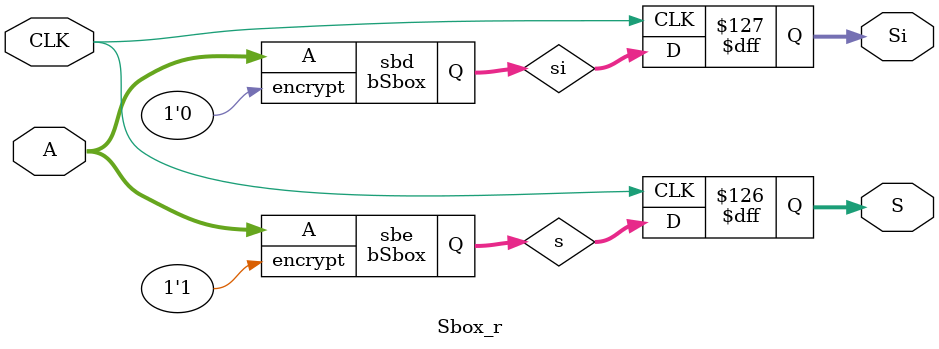
<source format=sv>

/* square in GF(2^2), using normal basis [Omega^2,Omega]
 * inverse is the same as square in GF(2^2), using any normal basis
 */
module GF_SQ_2 ( A, Q );
  input [1:0] A;
  output [1:0] Q;
  
  assign Q = { A[0], A[1] };
endmodule

/* scale by w = Omega in GF(2^2), using normal basis [Omega^2,Omega] */
module GF_SCLW_2 ( A, Q );
  input [1:0] A;
  output [1:0] Q;
  assign Q = { (A[1] ^ A[0]), A[1] };
endmodule

/* scale by w^2 = Omega^2 in GF(2^2), using normal basis [Omega^2,Omega] */
module GF_SCLW2_2 ( A, Q );
  input [1:0] A;
  output [1:0] Q;
  assign Q = { A[0], (A[1] ^ A[0]) };
endmodule


module GF_MULS_2 ( A, ab, B, cd, Q );
  input [1:0] A;
  input ab;
  input [1:0] B;
  input cd;
  output [1:0] Q;
  wire abcd, p, q;
  assign abcd = ~(ab & cd);  /* note:~& syntax for NAND won’t compile */
  assign p = (~(A[1] & B[1])) ^ abcd;
  assign q = (~(A[0] & B[0])) ^ abcd;
  assign Q = { p, q }; 
endmodule


module GF_MULS_SCL_2 ( A, ab, B, cd, Q );
  input [1:0] A;
  input ab;
  input [1:0] B;
  input cd;
  output [1:0] Q;
  wire t, p, q;

  assign t = ~(A[0] & B[0]); /* note: ~& syntax for NAND won’t compile */
  assign p = (~(ab & cd)) ^ t;
  assign q = (~(A[1] & B[1])) ^ t;
  assign Q = { p, q };
endmodule

module GF_INV_4 ( A, Q );
  input [3:0] A; output [3:0] Q;
  wire [1:0] a, b, c,d,p,q,ab,ab2,ab2N;
  wire sa, sb, sd; /* for shared factors in multipliers */
  
  assign a = A[3:2]; 
  assign b = A[1:0];
  assign sa = a[1] ^ a[0];
  assign sb = b[1] ^ b[0];
  // optimize this section as shown below
    GF_MULS_2 abmul(a, sa, b, sb, ab);
    GF_SQ_2 absq( (a ^ b), ab2);
    GF_SCLW2_2 absclN( ab2, ab2N);
    GF_SQ_2 dinv( (ab ^ ab2N), d);
  
  assign c = { /* note: ~| syntax for NOR won’t compile */
    ~(a[1] | b[1]) ^ (~(sa &  sb)) ,
    ~(sa | sb) ^ (~(a[0] & b[0])) };
  /* end of optimization */

  assign sd = d[1] ^ d[0];
  GF_MULS_2 pmul(d, sd, b, sb, p);
  GF_MULS_2 qmul(d, sd, a, sa, q);
  assign Q = { p, q };
endmodule

/* square & scale by nu in GF(2^4)/GF(2^2),
 * in the normal basis [alpha^8, alpha^2]:
 *
 * nu = beta^8 = N^2*alpha^2, N = w^2
 */
module GF_SQ_SCL_4 ( A, Q );
  input [3:0] A;
  output [3:0] Q;
  wire [1:0] a, b, ab2, b2, b2N2;
  assign a = A[3:2];
  assign b = A[1:0];
  GF_SQ_2 absq(a ^ b, ab2);
  GF_SQ_2 bsq(b, b2);
  GF_SCLW_2 bmulN2(b2, b2N2);

  assign Q = { ab2, b2N2 };
endmodule


module GF_MULS_4 ( A, a, Al, Ah, aa, B, b, Bl, Bh, bb, Q );
  input [3:0] A;
  input [1:0] a;
  input Al;
  input Ah;
  input aa;
  input [3:0] B;
  input [1:0] b;
  input Bl;
  input Bh;
  input bb;
  output [3:0] Q;
  wire [1:0] ph, pl, ps, p;
  wire t;

  GF_MULS_2 himul(A[3:2], Ah, B[3:2], Bh, ph);
  GF_MULS_2 lomul(A[1:0], Al, B[1:0], Bl, pl);
  GF_MULS_SCL_2 summul( a, aa, b, bb, p);
  assign Q = { (ph ^ p), (pl ^ p) };
endmodule

/* inverse in GF(2^8)/GF(2^4), using normal basis [d^16, d] */
module GF_INV_8 ( A, Q );
  input [7:0] A;
  output [7:0] Q;
  wire [3:0] a, b, c, d, p, q;
  wire [1:0] sa, sb, sd, t; /* for shared factors in multipliers */ 
  wire al, ah, aa, bl, bh, bb, dl, dh, dd; /* for shared factors */
  wire c1, c2, c3; /* for temp var */

  assign a = A[7:4];
  assign b = A[3:0];
  assign sa = a[3:2] ^ a[1:0];
  assign sb = b[3:2] ^ b[1:0];
  assign al = a[1] ^ a[0];
  assign ah = a[3] ^ a[2];
  assign aa = sa[1] ^ sa[0];
  assign bl = b[1] ^ b[0];
  assign bh = b[3] ^ b[2];
  assign bb = sb[1] ^ sb[0];
  
  /* optimize this section as shown below
  GF_MULS_4 abmul(a, sa, al, ah, aa, b, sb, bl, bh, bb, ab);
  GF_SQ_SCL_4 absq( (a ^ b), ab2);
  GF_INV_4 dinv( (ab ^ ab2), d);
  */
  assign c1 = ~(ah & bh);
  assign c2 = ~(sa[0] & sb[0]);
  assign c3 = ~(aa & bb);
  assign c = {
    (~(sa[0] | sb[0]) ^ (~(a[3] & b[3]))) ^ c1 ^ c3 ,
    (~(sa[1] | sb[1]) ^ (~(a[2] & b[2]))) ^ c1 ^ c2 ,
    (~(al | bl) ^ (~(a[1] & b[1]))) ^ c2 ^ c3 ,
    (~(a[0] | b[0]) ^ (~(al & bl))) ^ (~(sa[1] & sb[1])) ^ c2
    };
  GF_INV_4 dinv( c, d);
  /* end of optimization */
  assign sd = d[3:2] ^ d[1:0];
  assign dl = d[1] ^ d[0];
  assign dh = d[3] ^ d[2];
  assign dd = sd[1] ^ sd[0];
  GF_MULS_4 pmul(d, sd, dl, dh, dd, b, sb, bl, bh, bb, p);
  GF_MULS_4 qmul(d, sd, dl, dh, dd, a, sa, al, ah, aa, q);
  assign Q = { p, q };
endmodule

/* MUX21I is an inverting 2:1 multiplexor */
module MUX21I ( A, B, s, Q );
  input A;
  input B;
  input s;
  output Q;

  assign Q = ~( s ? A : B );
endmodule

/* select and invert (NOT) byte, using MUX21I */
module SELECT_NOT_8 ( A, B, s, Q );
  input [7:0] A;
  input [7:0] B;
  input s;
  output [7:0] Q;
  MUX21I m7(A[7], B[7], s, Q[7]);
  MUX21I m6(A[6], B[6], s, Q[6]);
  MUX21I m5(A[5], B[5], s, Q[5]);
  MUX21I m4(A[4], B[4], s, Q[4]);
  MUX21I m3(A[3], B[3], s, Q[3]);
  MUX21I m2(A[2], B[2], s, Q[2]);
  MUX21I m1(A[1], B[1], s, Q[1]);
  MUX21I m0(A[0], B[0], s, Q[0]);
endmodule


//Adapt bSbox to work with my sbox architecture
module aes_sbox_canright(in, out);
  input [7:0] in;
  output [7:0] out;

  bSbox sbox(in, 1'b1, out);
endmodule

module aes_inv_sbox_canright(in, out);
  input [7:0] in;
  output [7:0] out;

  bSbox sbox(in, 1'b0, out);
endmodule


/* find either Sbox or its inverse in GF(2^8), by Canright Algorithm */
module bSbox ( A, encrypt, Q );
  input [7:0] A;
  input encrypt; /* 1 for Sbox, 0 for inverse Sbox */
  output [7:0] Q;
  wire [7:0] B, C, D, X, Y, Z;
  wire R1, R2, R3, R4, R5, R6, R7, R8, R9;
  wire T1, T2, T3, T4, T5, T6, T7, T8, T9, T10;

 
  assign R1 = A[7] ^ A[5] ;
  assign R2 = A[7] ~^ A[4] ;
  assign R3 = A[6] ^ A[0] ;
  assign R4 = A[5] ~^ R3 ;
  assign R5 = A[4] ^ R4 ;
  assign R6 = A[3] ^ A[0] ;
  assign R7 = A[2] ^ R1 ;
  assign R8 = A[1] ^ R3 ;
  assign R9 = A[3] ^ R8 ;
  assign B[7] = R7 ~^ R8 ;
  assign B[6] = R5 ;
  assign B[5] = A[1] ^ R4 ;
  assign B[4] = R1 ~^ R3 ;
  assign B[3] = A[1]^ R2 ^ R6 ;
  assign B[2] = ~ A[0] ;
  assign B[1] = R4 ;
  assign B[0] = A[2] ~^ R9 ;
  assign Y[7] = R2 ;
  assign Y[6] = A[4] ^ R8 ;
  
  assign Y[5] = A[6] ^ A[4] ;
  assign Y[4] = R9 ;
  assign Y[3] = A[6] ~^ R2 ;
  assign Y[2] = R7 ;
  assign Y[1] = A[4] ^ R6 ;
  assign Y[0] = A[1] ^ R5 ;
  
  SELECT_NOT_8 sel_in( B, Y, encrypt, Z );
  GF_INV_8 inv( Z, C );
  /* change basis back from GF(2^8)/GF(2^4)/GF(2^2) to GF(2^8) */
  assign T1 = C[7] ^ C[3];
  assign T2 = C[6] ^ C[4];
  assign T3 = C[6] ^ C[0];
  assign T4 = C[5] ~^ C[3] ; 
  assign T5 = C[5] ~^ T1 ; 
  assign T6 = C[5] ~^ C[1] ; 
  assign T7 = C[4] ~^ T6 ; 
  assign T8 = C[2] ^ T4 ; 
  assign T9 = C[1] ^ T2 ; 
  assign T10 = T3 ^ T5 ; 
  assign D[7] = T4 ;
  assign D[6] = T1 ;
  assign D[5] = T3 ;
  assign D[4] = T5 ;
  assign D[3] = T2 ^ T5;
  assign D[2] = T3 ^ T8;
  assign D[1] = T7 ;
  assign D[0] = T9 ;
  assign X[7] = C[4] ~^ C[1] ;
  assign X[6] = C[1] ^ T10 ;
  assign X[5] = C[2] ^ T10 ;
  assign X[4] = C[6] ~^ C[1] ;
  assign X[3] = T8 ^ T9 ;
  assign X[2] = C[7] ~^ T7 ;
  assign X[1] = T6 ;
  assign X[0] = ~ C[2] ;
  SELECT_NOT_8 sel_out( D, X, encrypt, Q );
endmodule

/* test program: put Sbox output into register */
module Sbox_r ( A, S, Si, CLK );
  input [7:0] A;
  output [7:0] S;
  output [7:0] Si;
  input CLK /* synthesis syn_noclockbuf=1 */ ;
  reg    [7:0] S;
  reg    [7:0] Si;
  wire   [7:0] s;
  wire   [7:0] si;
  
  bSbox sbe( A, 1'b1, s  );
  bSbox sbd( A, 1'b0, si );
  always @ (posedge CLK) begin
    S <= s;
    Si <= si;
  end
endmodule


</source>
